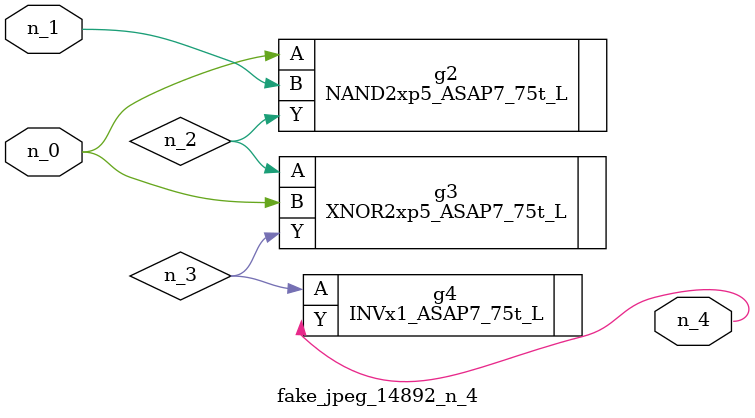
<source format=v>
module fake_jpeg_14892_n_4 (n_0, n_1, n_4);

input n_0;
input n_1;

output n_4;

wire n_2;
wire n_3;

NAND2xp5_ASAP7_75t_L g2 ( 
.A(n_0),
.B(n_1),
.Y(n_2)
);

XNOR2xp5_ASAP7_75t_L g3 ( 
.A(n_2),
.B(n_0),
.Y(n_3)
);

INVx1_ASAP7_75t_L g4 ( 
.A(n_3),
.Y(n_4)
);


endmodule
</source>
